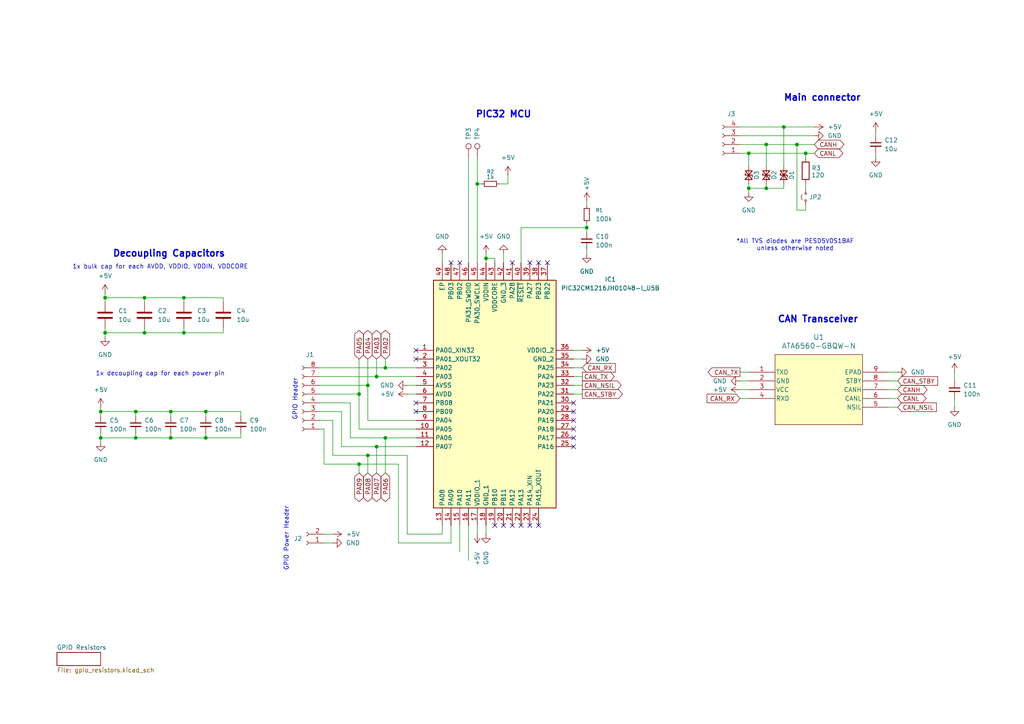
<source format=kicad_sch>
(kicad_sch (version 20250114) (generator "eeschema") (generator_version "9.0")
  (paper "A4")
  (lib_symbols
    (symbol "ATA6560-GBQW-N:ATA6560-GBQW-N" (pin_names (offset 0.254))
      (property "Reference" "U" (at 20.32 10.16 0))
      (property "Value" "ATA6560-GBQW-N" (at 20.32 7.62 0))
      (symbol "ATA6560-GBQW-N_0_1"
        (pin unspecified line (at 0 0 0) (length 7.62) (name "TXD") (number "1"))
        (pin power_out line (at 0 -2.54 0) (length 7.62) (name "GND") (number "2"))
        (pin power_in line (at 0 -5.08 0) (length 7.62) (name "VCC") (number "3"))
        (pin unspecified line (at 0 -7.62 0) (length 7.62) (name "RXD") (number "4"))
        (pin unspecified line (at 40.64 0 180) (length 7.62) (name "EPAD") (number "9"))
        (pin unspecified line (at 40.64 -2.54 180) (length 7.62) (name "STBY") (number "8"))
        (pin unspecified line (at 40.64 -5.08 180) (length 7.62) (name "CANH") (number "7"))
        (pin unspecified line (at 40.64 -7.62 180) (length 7.62) (name "CANL") (number "6"))
        (pin unspecified line (at 40.64 -10.16 180) (length 7.62) (name "NSIL") (number "5"))
      )
      (symbol "ATA6560-GBQW-N_1_1"
        (rectangle (start 7.62 5.08) (end 33.02 -15.24) (fill (type background)))
      )
    )
    (symbol "Connector:Conn_01x02_Socket" (pin_names (offset 1.016) (hide yes))
      (property "Reference" "J" (at 0 2.54 0))
      (property "Value" "Conn_01x02_Socket" (at 0 -5.08 0))
      (symbol "Conn_01x02_Socket_1_1"
        (polyline (pts (xy -1.27 0) (xy -0.508 0)) (stroke (width 0.1524)))
        (polyline (pts (xy -1.27 -2.54) (xy -0.508 -2.54)) (stroke (width 0.1524)))
        (arc (start 0 -0.508) (mid -0.5058 0) (end 0 0.508) (stroke (width 0.1524)))
        (arc (start 0 -3.048) (mid -0.5058 -2.54) (end 0 -2.032) (stroke (width 0.1524)))
        (pin passive line (at -5.08 0 0) (length 3.81) (name "Pin_1") (number "1"))
        (pin passive line (at -5.08 -2.54 0) (length 3.81) (name "Pin_2") (number "2"))
      )
    )
    (symbol "Connector:Conn_01x04_Socket" (pin_names (offset 1.016) (hide yes))
      (property "Reference" "J" (at 0 5.08 0))
      (property "Value" "Conn_01x04_Socket" (at 0 -7.62 0))
      (symbol "Conn_01x04_Socket_1_1"
        (polyline (pts (xy -1.27 2.54) (xy -0.508 2.54)) (stroke (width 0.1524)))
        (polyline (pts (xy -1.27 0) (xy -0.508 0)) (stroke (width 0.1524)))
        (polyline (pts (xy -1.27 -2.54) (xy -0.508 -2.54)) (stroke (width 0.1524)))
        (polyline (pts (xy -1.27 -5.08) (xy -0.508 -5.08)) (stroke (width 0.1524)))
        (arc (start 0 2.032) (mid -0.5058 2.54) (end 0 3.048) (stroke (width 0.1524)))
        (arc (start 0 -0.508) (mid -0.5058 0) (end 0 0.508) (stroke (width 0.1524)))
        (arc (start 0 -3.048) (mid -0.5058 -2.54) (end 0 -2.032) (stroke (width 0.1524)))
        (arc (start 0 -5.588) (mid -0.5058 -5.08) (end 0 -4.572) (stroke (width 0.1524)))
        (pin passive line (at -5.08 2.54 0) (length 3.81) (name "Pin_1") (number "1"))
        (pin passive line (at -5.08 0 0) (length 3.81) (name "Pin_2") (number "2"))
        (pin passive line (at -5.08 -2.54 0) (length 3.81) (name "Pin_3") (number "3"))
        (pin passive line (at -5.08 -5.08 0) (length 3.81) (name "Pin_4") (number "4"))
      )
    )
    (symbol "Connector:Conn_01x08_Socket" (pin_names (offset 1.016) (hide yes))
      (property "Reference" "J" (at 0 10.16 0))
      (property "Value" "Conn_01x08_Socket" (at 0 -12.7 0))
      (symbol "Conn_01x08_Socket_1_1"
        (polyline (pts (xy -1.27 7.62) (xy -0.508 7.62)) (stroke (width 0.1524)))
        (polyline (pts (xy -1.27 5.08) (xy -0.508 5.08)) (stroke (width 0.1524)))
        (polyline (pts (xy -1.27 2.54) (xy -0.508 2.54)) (stroke (width 0.1524)))
        (polyline (pts (xy -1.27 0) (xy -0.508 0)) (stroke (width 0.1524)))
        (polyline (pts (xy -1.27 -2.54) (xy -0.508 -2.54)) (stroke (width 0.1524)))
        (polyline (pts (xy -1.27 -5.08) (xy -0.508 -5.08)) (stroke (width 0.1524)))
        (polyline (pts (xy -1.27 -7.62) (xy -0.508 -7.62)) (stroke (width 0.1524)))
        (polyline (pts (xy -1.27 -10.16) (xy -0.508 -10.16)) (stroke (width 0.1524)))
        (arc (start 0 7.112) (mid -0.5058 7.62) (end 0 8.128) (stroke (width 0.1524)))
        (arc (start 0 4.572) (mid -0.5058 5.08) (end 0 5.588) (stroke (width 0.1524)))
        (arc (start 0 2.032) (mid -0.5058 2.54) (end 0 3.048) (stroke (width 0.1524)))
        (arc (start 0 -0.508) (mid -0.5058 0) (end 0 0.508) (stroke (width 0.1524)))
        (arc (start 0 -3.048) (mid -0.5058 -2.54) (end 0 -2.032) (stroke (width 0.1524)))
        (arc (start 0 -5.588) (mid -0.5058 -5.08) (end 0 -4.572) (stroke (width 0.1524)))
        (arc (start 0 -8.128) (mid -0.5058 -7.62) (end 0 -7.112) (stroke (width 0.1524)))
        (arc (start 0 -10.668) (mid -0.5058 -10.16) (end 0 -9.652) (stroke (width 0.1524)))
        (pin passive line (at -5.08 7.62 0) (length 3.81) (name "Pin_1") (number "1"))
        (pin passive line (at -5.08 5.08 0) (length 3.81) (name "Pin_2") (number "2"))
        (pin passive line (at -5.08 2.54 0) (length 3.81) (name "Pin_3") (number "3"))
        (pin passive line (at -5.08 0 0) (length 3.81) (name "Pin_4") (number "4"))
        (pin passive line (at -5.08 -2.54 0) (length 3.81) (name "Pin_5") (number "5"))
        (pin passive line (at -5.08 -5.08 0) (length 3.81) (name "Pin_6") (number "6"))
        (pin passive line (at -5.08 -7.62 0) (length 3.81) (name "Pin_7") (number "7"))
        (pin passive line (at -5.08 -10.16 0) (length 3.81) (name "Pin_8") (number "8"))
      )
    )
    (symbol "Connector:TestPoint" (pin_numbers (hide yes)) (pin_names (offset 0.762) (hide yes))
      (property "Reference" "TP" (at 0 6.858 0))
      (property "Value" "TestPoint" (at 0 5.08 0))
      (symbol "TestPoint_0_1"
        (circle (center 0 3.302) (radius 0.762))
      )
      (symbol "TestPoint_1_1"
        (pin passive line (at 0 0 90) (length 2.54) (name "1") (number "1"))
      )
    )
    (symbol "Device:C" (pin_numbers (hide yes)) (pin_names (offset 0.254))
      (property "Reference" "C" (at 0.635 2.54 0))
      (property "Value" "C" (at 0.635 -2.54 0))
      (symbol "C_0_1"
        (polyline (pts (xy -2.032 0.762) (xy 2.032 0.762)) (stroke (width 0.508)))
        (polyline (pts (xy -2.032 -0.762) (xy 2.032 -0.762)) (stroke (width 0.508)))
      )
      (symbol "C_1_1"
        (pin passive line (at 0 3.81 270) (length 2.794) (name "~") (number "1"))
        (pin passive line (at 0 -3.81 90) (length 2.794) (name "~") (number "2"))
      )
    )
    (symbol "Device:C_Small" (pin_numbers (hide yes)) (pin_names (offset 0.254) (hide yes))
      (property "Reference" "C" (at 0.254 1.778 0))
      (property "Value" "C_Small" (at 0.254 -2.032 0))
      (symbol "C_Small_0_1"
        (polyline (pts (xy -1.524 0.508) (xy 1.524 0.508)) (stroke (width 0.3048)))
        (polyline (pts (xy -1.524 -0.508) (xy 1.524 -0.508)) (stroke (width 0.3302)))
      )
      (symbol "C_Small_1_1"
        (pin passive line (at 0 2.54 270) (length 2.032) (name "~") (number "1"))
        (pin passive line (at 0 -2.54 90) (length 2.032) (name "~") (number "2"))
      )
    )
    (symbol "Device:D_TVS_Small" (pin_numbers (hide yes)) (pin_names (offset 1.016) (hide yes))
      (property "Reference" "D" (at 0 2.54 0))
      (property "Value" "D_TVS_Small" (at 0 -2.54 0))
      (symbol "D_TVS_Small_0_1"
        (polyline (pts (xy -1.27 1.016) (xy -1.27 -1.016) (xy 1.27 1.016) (xy 1.27 -1.016) (xy -1.27 1.016)) (stroke (width 0.254)))
        (polyline (pts (xy -1.27 0) (xy 1.27 0)))
        (polyline (pts (xy 0.508 1.016) (xy 0 1.016) (xy 0 -1.016) (xy -0.508 -1.016)) (stroke (width 0.254)))
      )
      (symbol "D_TVS_Small_1_1"
        (pin passive line (at -2.54 0 0) (length 1.27) (name "A1") (number "1"))
        (pin passive line (at 2.54 0 180) (length 1.27) (name "A2") (number "2"))
      )
    )
    (symbol "Device:R" (pin_numbers (hide yes)) (pin_names (offset 0))
      (property "Reference" "R" (at 2.032 0 90))
      (property "Value" "R" (at 0 0 90))
      (symbol "R_0_1"
        (rectangle (start -1.016 -2.54) (end 1.016 2.54) (stroke (width 0.254)))
      )
      (symbol "R_1_1"
        (pin passive line (at 0 3.81 270) (length 1.27) (name "~") (number "1"))
        (pin passive line (at 0 -3.81 90) (length 1.27) (name "~") (number "2"))
      )
    )
    (symbol "Device:R_Small" (pin_numbers (hide yes)) (pin_names (offset 0.254) (hide yes))
      (property "Reference" "R" (at 0 0 90))
      (property "Value" "R_Small" (at 1.778 0 90))
      (symbol "R_Small_0_1"
        (rectangle (start -0.762 1.778) (end 0.762 -1.778) (stroke (width 0.2032)))
      )
      (symbol "R_Small_1_1"
        (pin passive line (at 0 2.54 270) (length 0.762) (name "~") (number "1"))
        (pin passive line (at 0 -2.54 90) (length 0.762) (name "~") (number "2"))
      )
    )
    (symbol "Jumper:Jumper_2_Small_Open" (pin_numbers (hide yes)) (pin_names (offset 0) (hide yes))
      (property "Reference" "JP" (at 0 2.794 0))
      (property "Value" "Jumper_2_Small_Open" (at 0 -2.286 0))
      (symbol "Jumper_2_Small_Open_0_0"
        (circle (center -1.016 0) (radius 0.254))
        (circle (center 1.016 0) (radius 0.254))
      )
      (symbol "Jumper_2_Small_Open_0_1"
        (arc (start -0.762 1.0196) (mid 0 1.2729) (end 0.762 1.0196))
      )
      (symbol "Jumper_2_Small_Open_1_1"
        (pin passive line (at -2.54 0 0) (length 1.27) (name "A") (number "1"))
        (pin passive line (at 2.54 0 180) (length 1.27) (name "B") (number "2"))
      )
    )
    (symbol "PIC32CM1216JH01048-I/U5B:PIC32CM1216JH01048-I_U5B"
      (property "Reference" "IC" (at 41.91 25.4 0))
      (property "Value" "PIC32CM1216JH01048-I_U5B" (at 41.91 22.86 0))
      (symbol "PIC32CM1216JH01048-I_U5B_1_1"
        (rectangle (start 5.08 20.32) (end 40.64 -45.72) (stroke (width 0.254)) (fill (type background)))
        (pin passive line (at 0 0 0) (length 5.08) (name "PA00_XIN32") (number "1"))
        (pin passive line (at 0 -2.54 0) (length 5.08) (name "PA01_XOUT32") (number "2"))
        (pin passive line (at 0 -5.08 0) (length 5.08) (name "PA02") (number "3"))
        (pin passive line (at 0 -7.62 0) (length 5.08) (name "PA03") (number "4"))
        (pin passive line (at 0 -10.16 0) (length 5.08) (name "AVSS") (number "5"))
        (pin passive line (at 0 -12.7 0) (length 5.08) (name "AVDD") (number "6"))
        (pin passive line (at 0 -15.24 0) (length 5.08) (name "PB08") (number "7"))
        (pin passive line (at 0 -17.78 0) (length 5.08) (name "PB09") (number "8"))
        (pin passive line (at 0 -20.32 0) (length 5.08) (name "PA04") (number "9"))
        (pin passive line (at 0 -22.86 0) (length 5.08) (name "PA05") (number "10"))
        (pin passive line (at 0 -25.4 0) (length 5.08) (name "PA06") (number "11"))
        (pin passive line (at 0 -27.94 0) (length 5.08) (name "PA07") (number "12"))
        (pin passive line (at 7.62 25.4 270) (length 5.08) (name "EP") (number "49"))
        (pin passive line (at 7.62 -50.8 90) (length 5.08) (name "PA08") (number "13"))
        (pin passive line (at 10.16 25.4 270) (length 5.08) (name "PB03") (number "48"))
        (pin passive line (at 10.16 -50.8 90) (length 5.08) (name "PA09") (number "14"))
        (pin passive line (at 12.7 25.4 270) (length 5.08) (name "PB02") (number "47"))
        (pin passive line (at 12.7 -50.8 90) (length 5.08) (name "PA10") (number "15"))
        (pin passive line (at 15.24 25.4 270) (length 5.08) (name "PA31_SWDIO") (number "46"))
        (pin passive line (at 15.24 -50.8 90) (length 5.08) (name "PA11") (number "16"))
        (pin passive line (at 17.78 25.4 270) (length 5.08) (name "PA30_SWCLK") (number "45"))
        (pin passive line (at 17.78 -50.8 90) (length 5.08) (name "VDDIO_1") (number "17"))
        (pin passive line (at 20.32 25.4 270) (length 5.08) (name "VDDIN") (number "44"))
        (pin passive line (at 20.32 -50.8 90) (length 5.08) (name "GND_1") (number "18"))
        (pin passive line (at 22.86 25.4 270) (length 5.08) (name "VDDCORE") (number "43"))
        (pin passive line (at 22.86 -50.8 90) (length 5.08) (name "PB10") (number "19"))
        (pin passive line (at 25.4 25.4 270) (length 5.08) (name "GND_3") (number "42"))
        (pin passive line (at 25.4 -50.8 90) (length 5.08) (name "PB11") (number "20"))
        (pin passive line (at 27.94 25.4 270) (length 5.08) (name "PA28") (number "41"))
        (pin passive line (at 27.94 -50.8 90) (length 5.08) (name "PA12") (number "21"))
        (pin passive line (at 30.48 25.4 270) (length 5.08) (name "~{RESET}") (number "40"))
        (pin passive line (at 30.48 -50.8 90) (length 5.08) (name "PA13") (number "22"))
        (pin passive line (at 33.02 25.4 270) (length 5.08) (name "PA27") (number "39"))
        (pin passive line (at 33.02 -50.8 90) (length 5.08) (name "PA14_XIN") (number "23"))
        (pin passive line (at 35.56 25.4 270) (length 5.08) (name "PB23") (number "38"))
        (pin passive line (at 35.56 -50.8 90) (length 5.08) (name "PA15_XOUT") (number "24"))
        (pin passive line (at 38.1 25.4 270) (length 5.08) (name "PB22") (number "37"))
        (pin passive line (at 45.72 0 180) (length 5.08) (name "VDDIO_2") (number "36"))
        (pin passive line (at 45.72 -2.54 180) (length 5.08) (name "GND_2") (number "35"))
        (pin passive line (at 45.72 -5.08 180) (length 5.08) (name "PA25") (number "34"))
        (pin passive line (at 45.72 -7.62 180) (length 5.08) (name "PA24") (number "33"))
        (pin passive line (at 45.72 -10.16 180) (length 5.08) (name "PA23") (number "32"))
        (pin passive line (at 45.72 -12.7 180) (length 5.08) (name "PA22") (number "31"))
        (pin passive line (at 45.72 -15.24 180) (length 5.08) (name "PA21") (number "30"))
        (pin passive line (at 45.72 -17.78 180) (length 5.08) (name "PA20") (number "29"))
        (pin passive line (at 45.72 -20.32 180) (length 5.08) (name "PA19") (number "28"))
        (pin passive line (at 45.72 -22.86 180) (length 5.08) (name "PA18") (number "27"))
        (pin passive line (at 45.72 -25.4 180) (length 5.08) (name "PA17") (number "26"))
        (pin passive line (at 45.72 -27.94 180) (length 5.08) (name "PA16") (number "25"))
      )
    )
    (symbol "power:+5V" (power) (pin_numbers (hide yes)) (pin_names (offset 0) (hide yes))
      (property "Value" "+5V" (at 0 3.556 0))
      (symbol "+5V_0_1"
        (polyline (pts (xy -0.762 1.27) (xy 0 2.54)))
        (polyline (pts (xy 0 2.54) (xy 0.762 1.27)))
        (polyline (pts (xy 0 0) (xy 0 2.54)))
      )
      (symbol "+5V_1_1"
        (pin power_in line (at 0 0 90) (length 0) (name "~") (number "1"))
      )
    )
    (symbol "power:GND" (power) (pin_numbers (hide yes)) (pin_names (offset 0) (hide yes))
      (property "Value" "GND" (at 0 -3.81 0))
      (symbol "GND_0_1"
        (polyline (pts (xy 0 0) (xy 0 -1.27) (xy 1.27 -1.27) (xy 0 -2.54) (xy -1.27 -1.27) (xy 0 -1.27)))
      )
      (symbol "GND_1_1"
        (pin power_in line (at 0 0 270) (length 0) (name "~") (number "1"))
      )
    )
  )
  (text "1x decoupling cap for each power pin" (at 46.482 108.458 0) (effects (font (size 1.27 1.27))))
  (text "GPIO Power Header" (at 83.058 156.21 90) (effects (font (size 1.27 1.27) (thickness 0.1588))))
  (text "Main connector" (at 238.506 28.448 0) (effects (font (size 1.905 1.905) (thickness 0.381) (bold yes))))
  (text "Decoupling Capacitors" (at 49.022 73.66 0) (effects (font (size 1.905 1.905) (thickness 0.381) (bold yes))))
  (text "GPIO Header" (at 85.598 115.824 90) (effects (font (size 1.27 1.27) (thickness 0.1588))))
  (text "CAN Transceiver" (at 237.236 92.71 0) (effects (font (size 1.905 1.905) (thickness 0.381) (bold yes))))
  (text "1x bulk cap for each AVDD, VDDIO, VDDIN, VDDCORE" (at 46.482 77.47 0) (effects (font (size 1.27 1.27))))
  (text "PIC32 MCU" (at 146.05 33.274 0) (effects (font (size 1.905 1.905) (thickness 0.381) (bold yes))))
  (text "*All TVS diodes are PESD5V0S1BAF\nunless otherwise noted" (at 230.632 71.12 0) (effects (font (size 1.27 1.27))))
  (junction (at 41.91 96.52))
  (junction (at 49.53 119.38))
  (junction (at 104.14 114.3))
  (junction (at 111.76 127))
  (junction (at 104.14 134.62))
  (junction (at 233.68 44.45))
  (junction (at 217.17 44.45))
  (junction (at 53.34 86.36))
  (junction (at 59.69 127))
  (junction (at 138.43 53.34))
  (junction (at 109.22 109.22))
  (junction (at 106.68 132.08))
  (junction (at 170.18 66.04))
  (junction (at 227.33 36.83))
  (junction (at 217.17 54.61))
  (junction (at 59.69 119.38))
  (junction (at 140.97 74.93))
  (junction (at 109.22 129.54))
  (junction (at 39.37 119.38))
  (junction (at 111.76 106.68))
  (junction (at 53.34 96.52))
  (junction (at 39.37 127))
  (junction (at 30.48 96.52))
  (junction (at 29.21 119.38))
  (junction (at 222.25 54.61))
  (junction (at 49.53 127))
  (junction (at 222.25 41.91))
  (junction (at 231.14 41.91))
  (junction (at 41.91 86.36))
  (junction (at 106.68 111.76))
  (junction (at 29.21 127))
  (junction (at 30.48 86.36))
  (no_connect (at 130.81 76.2))
  (no_connect (at 146.05 152.4))
  (no_connect (at 166.37 129.54))
  (no_connect (at 133.35 76.2))
  (no_connect (at 148.59 76.2))
  (no_connect (at 153.67 76.2))
  (no_connect (at 120.65 101.6))
  (no_connect (at 120.65 116.84))
  (no_connect (at 158.75 76.2))
  (no_connect (at 148.59 152.4))
  (no_connect (at 153.67 152.4))
  (no_connect (at 151.13 152.4))
  (no_connect (at 166.37 124.46))
  (no_connect (at 166.37 127))
  (no_connect (at 166.37 116.84))
  (no_connect (at 156.21 76.2))
  (no_connect (at 166.37 121.92))
  (no_connect (at 120.65 104.14))
  (no_connect (at 120.65 119.38))
  (no_connect (at 143.51 152.4))
  (no_connect (at 156.21 152.4))
  (no_connect (at 166.37 119.38))
  (wire (pts (xy 233.68 44.45) (xy 236.22 44.45)))
  (wire (pts (xy 254 38.1) (xy 254 39.37)))
  (wire (pts (xy 143.51 74.93) (xy 143.51 76.2)))
  (wire (pts (xy 170.18 66.04) (xy 170.18 67.31)))
  (wire (pts (xy 214.63 41.91) (xy 222.25 41.91)))
  (wire (pts (xy 128.27 152.4) (xy 128.27 154.94)))
  (wire (pts (xy 69.85 119.38) (xy 69.85 120.65)))
  (wire (pts (xy 49.53 119.38) (xy 59.69 119.38)))
  (wire (pts (xy 29.21 127) (xy 39.37 127)))
  (wire (pts (xy 49.53 127) (xy 59.69 127)))
  (wire (pts (xy 96.52 121.92) (xy 96.52 132.08)))
  (wire (pts (xy 217.17 55.88) (xy 217.17 54.61)))
  (wire (pts (xy 111.76 104.14) (xy 111.76 106.68)))
  (wire (pts (xy 118.11 154.94) (xy 118.11 132.08)))
  (wire (pts (xy 144.78 53.34) (xy 147.32 53.34)))
  (wire (pts (xy 106.68 111.76) (xy 106.68 121.92)))
  (wire (pts (xy 53.34 86.36) (xy 64.77 86.36)))
  (wire (pts (xy 140.97 74.93) (xy 140.97 76.2)))
  (wire (pts (xy 111.76 127) (xy 101.6 127)))
  (wire (pts (xy 166.37 104.14) (xy 168.91 104.14)))
  (wire (pts (xy 222.25 41.91) (xy 222.25 48.26)))
  (wire (pts (xy 140.97 74.93) (xy 143.51 74.93)))
  (wire (pts (xy 29.21 127) (xy 29.21 128.27)))
  (wire (pts (xy 93.98 157.48) (xy 96.52 157.48)))
  (wire (pts (xy 30.48 86.36) (xy 41.91 86.36)))
  (wire (pts (xy 214.63 113.03) (xy 217.17 113.03)))
  (wire (pts (xy 170.18 58.42) (xy 170.18 59.69)))
  (wire (pts (xy 59.69 127) (xy 69.85 127)))
  (wire (pts (xy 109.22 129.54) (xy 120.65 129.54)))
  (wire (pts (xy 29.21 119.38) (xy 39.37 119.38)))
  (wire (pts (xy 39.37 119.38) (xy 39.37 120.65)))
  (wire (pts (xy 104.14 134.62) (xy 115.57 134.62)))
  (wire (pts (xy 59.69 119.38) (xy 59.69 120.65)))
  (wire (pts (xy 151.13 76.2) (xy 151.13 66.04)))
  (wire (pts (xy 41.91 95.25) (xy 41.91 96.52)))
  (wire (pts (xy 93.98 134.62) (xy 104.14 134.62)))
  (wire (pts (xy 140.97 154.94) (xy 140.97 152.4)))
  (wire (pts (xy 257.81 113.03) (xy 260.35 113.03)))
  (wire (pts (xy 115.57 157.48) (xy 130.81 157.48)))
  (wire (pts (xy 135.89 45.72) (xy 135.89 76.2)))
  (wire (pts (xy 276.86 107.95) (xy 276.86 110.49)))
  (wire (pts (xy 166.37 101.6) (xy 168.91 101.6)))
  (wire (pts (xy 168.91 114.3) (xy 166.37 114.3)))
  (wire (pts (xy 111.76 127) (xy 120.65 127)))
  (wire (pts (xy 99.06 129.54) (xy 109.22 129.54)))
  (wire (pts (xy 104.14 104.14) (xy 104.14 114.3)))
  (wire (pts (xy 53.34 96.52) (xy 53.34 95.25)))
  (wire (pts (xy 101.6 127) (xy 101.6 116.84)))
  (wire (pts (xy 233.68 60.96) (xy 231.14 60.96)))
  (wire (pts (xy 109.22 129.54) (xy 109.22 137.16)))
  (wire (pts (xy 227.33 54.61) (xy 227.33 53.34)))
  (wire (pts (xy 130.81 152.4) (xy 130.81 157.48)))
  (wire (pts (xy 233.68 53.34) (xy 233.68 54.61)))
  (wire (pts (xy 227.33 36.83) (xy 227.33 48.26)))
  (wire (pts (xy 93.98 154.94) (xy 96.52 154.94)))
  (wire (pts (xy 39.37 127) (xy 49.53 127)))
  (wire (pts (xy 147.32 53.34) (xy 147.32 50.8)))
  (wire (pts (xy 101.6 116.84) (xy 92.71 116.84)))
  (wire (pts (xy 222.25 53.34) (xy 222.25 54.61)))
  (wire (pts (xy 217.17 44.45) (xy 217.17 48.26)))
  (wire (pts (xy 115.57 134.62) (xy 115.57 157.48)))
  (wire (pts (xy 92.71 109.22) (xy 109.22 109.22)))
  (wire (pts (xy 106.68 121.92) (xy 120.65 121.92)))
  (wire (pts (xy 49.53 125.73) (xy 49.53 127)))
  (wire (pts (xy 254 44.45) (xy 254 45.72)))
  (wire (pts (xy 104.14 124.46) (xy 120.65 124.46)))
  (wire (pts (xy 257.81 118.11) (xy 260.35 118.11)))
  (wire (pts (xy 151.13 66.04) (xy 170.18 66.04)))
  (wire (pts (xy 128.27 73.66) (xy 128.27 76.2)))
  (wire (pts (xy 170.18 72.39) (xy 170.18 73.66)))
  (wire (pts (xy 138.43 53.34) (xy 138.43 76.2)))
  (wire (pts (xy 128.27 154.94) (xy 118.11 154.94)))
  (wire (pts (xy 168.91 109.22) (xy 166.37 109.22)))
  (wire (pts (xy 139.7 53.34) (xy 138.43 53.34)))
  (wire (pts (xy 29.21 119.38) (xy 29.21 120.65)))
  (wire (pts (xy 104.14 124.46) (xy 104.14 114.3)))
  (wire (pts (xy 166.37 106.68) (xy 168.91 106.68)))
  (wire (pts (xy 214.63 44.45) (xy 217.17 44.45)))
  (wire (pts (xy 99.06 119.38) (xy 99.06 129.54)))
  (wire (pts (xy 64.77 87.63) (xy 64.77 86.36)))
  (wire (pts (xy 214.63 107.95) (xy 217.17 107.95)))
  (wire (pts (xy 106.68 132.08) (xy 118.11 132.08)))
  (wire (pts (xy 53.34 96.52) (xy 64.77 96.52)))
  (wire (pts (xy 138.43 152.4) (xy 138.43 154.94)))
  (wire (pts (xy 92.71 124.46) (xy 93.98 124.46)))
  (wire (pts (xy 146.05 73.66) (xy 146.05 76.2)))
  (wire (pts (xy 233.68 59.69) (xy 233.68 60.96)))
  (wire (pts (xy 170.18 66.04) (xy 170.18 64.77)))
  (wire (pts (xy 109.22 109.22) (xy 120.65 109.22)))
  (wire (pts (xy 93.98 124.46) (xy 93.98 134.62)))
  (wire (pts (xy 30.48 85.09) (xy 30.48 86.36)))
  (wire (pts (xy 30.48 96.52) (xy 41.91 96.52)))
  (wire (pts (xy 257.81 110.49) (xy 260.35 110.49)))
  (wire (pts (xy 53.34 86.36) (xy 53.34 87.63)))
  (wire (pts (xy 133.35 152.4) (xy 133.35 160.02)))
  (wire (pts (xy 39.37 119.38) (xy 49.53 119.38)))
  (wire (pts (xy 276.86 115.57) (xy 276.86 118.11)))
  (wire (pts (xy 64.77 95.25) (xy 64.77 96.52)))
  (wire (pts (xy 135.89 152.4) (xy 135.89 162.56)))
  (wire (pts (xy 106.68 104.14) (xy 106.68 111.76)))
  (wire (pts (xy 257.81 107.95) (xy 260.35 107.95)))
  (wire (pts (xy 29.21 125.73) (xy 29.21 127)))
  (wire (pts (xy 30.48 86.36) (xy 30.48 87.63)))
  (wire (pts (xy 92.71 121.92) (xy 96.52 121.92)))
  (wire (pts (xy 109.22 104.14) (xy 109.22 109.22)))
  (wire (pts (xy 92.71 106.68) (xy 111.76 106.68)))
  (wire (pts (xy 30.48 97.79) (xy 30.48 96.52)))
  (wire (pts (xy 214.63 110.49) (xy 217.17 110.49)))
  (wire (pts (xy 69.85 125.73) (xy 69.85 127)))
  (wire (pts (xy 41.91 96.52) (xy 53.34 96.52)))
  (wire (pts (xy 118.11 111.76) (xy 120.65 111.76)))
  (wire (pts (xy 39.37 125.73) (xy 39.37 127)))
  (wire (pts (xy 214.63 36.83) (xy 227.33 36.83)))
  (wire (pts (xy 217.17 53.34) (xy 217.17 54.61)))
  (wire (pts (xy 106.68 137.16) (xy 106.68 132.08)))
  (wire (pts (xy 92.71 111.76) (xy 106.68 111.76)))
  (wire (pts (xy 138.43 45.72) (xy 138.43 53.34)))
  (wire (pts (xy 59.69 119.38) (xy 69.85 119.38)))
  (wire (pts (xy 29.21 118.11) (xy 29.21 119.38)))
  (wire (pts (xy 104.14 134.62) (xy 104.14 137.16)))
  (wire (pts (xy 257.81 115.57) (xy 260.35 115.57)))
  (wire (pts (xy 222.25 54.61) (xy 227.33 54.61)))
  (wire (pts (xy 140.97 73.66) (xy 140.97 74.93)))
  (wire (pts (xy 217.17 54.61) (xy 222.25 54.61)))
  (wire (pts (xy 168.91 111.76) (xy 166.37 111.76)))
  (wire (pts (xy 92.71 119.38) (xy 99.06 119.38)))
  (wire (pts (xy 59.69 125.73) (xy 59.69 127)))
  (wire (pts (xy 214.63 39.37) (xy 236.22 39.37)))
  (wire (pts (xy 111.76 106.68) (xy 120.65 106.68)))
  (wire (pts (xy 30.48 95.25) (xy 30.48 96.52)))
  (wire (pts (xy 231.14 41.91) (xy 236.22 41.91)))
  (wire (pts (xy 231.14 41.91) (xy 231.14 60.96)))
  (wire (pts (xy 214.63 115.57) (xy 217.17 115.57)))
  (wire (pts (xy 49.53 119.38) (xy 49.53 120.65)))
  (wire (pts (xy 233.68 44.45) (xy 233.68 45.72)))
  (wire (pts (xy 41.91 86.36) (xy 53.34 86.36)))
  (wire (pts (xy 41.91 86.36) (xy 41.91 87.63)))
  (wire (pts (xy 227.33 36.83) (xy 236.22 36.83)))
  (wire (pts (xy 118.11 114.3) (xy 120.65 114.3)))
  (wire (pts (xy 96.52 132.08) (xy 106.68 132.08)))
  (wire (pts (xy 111.76 127) (xy 111.76 137.16)))
  (wire (pts (xy 217.17 44.45) (xy 233.68 44.45)))
  (wire (pts (xy 104.14 114.3) (xy 92.71 114.3)))
  (wire (pts (xy 222.25 41.91) (xy 231.14 41.91)))
  (global_label "CANL" (shape bidirectional) (at 236.22 44.45 0) (property "Intersheetrefs" "${INTERSHEET_REFS}" (effects (hide yes))))
  (global_label "PA07" (shape bidirectional) (at 109.22 137.16 270) (property "Intersheetrefs" "${INTERSHEET_REFS}" (effects (hide yes))))
  (global_label "CAN_TX" (shape output) (at 214.63 107.95 180) (property "Intersheetrefs" "${INTERSHEET_REFS}" (effects (hide yes))))
  (global_label "PA08" (shape bidirectional) (at 106.68 137.16 270) (property "Intersheetrefs" "${INTERSHEET_REFS}" (effects (hide yes))))
  (global_label "CANL" (shape bidirectional) (at 260.35 115.57 0) (property "Intersheetrefs" "${INTERSHEET_REFS}" (effects (hide yes))))
  (global_label "PA09" (shape bidirectional) (at 104.14 137.16 270) (property "Intersheetrefs" "${INTERSHEET_REFS}" (effects (hide yes))))
  (global_label "CAN_STBY" (shape input) (at 260.35 110.49 0) (property "Intersheetrefs" "${INTERSHEET_REFS}" (effects (hide yes))))
  (global_label "PA04" (shape bidirectional) (at 106.68 104.14 90) (property "Intersheetrefs" "${INTERSHEET_REFS}" (effects (hide yes))))
  (global_label "CAN_RX" (shape input) (at 214.63 115.57 180) (property "Intersheetrefs" "${INTERSHEET_REFS}" (effects (hide yes))))
  (global_label "PA05" (shape bidirectional) (at 104.14 104.14 90) (property "Intersheetrefs" "${INTERSHEET_REFS}" (effects (hide yes))))
  (global_label "CAN_TX" (shape output) (at 168.91 109.22 0) (property "Intersheetrefs" "${INTERSHEET_REFS}" (effects (hide yes))))
  (global_label "CAN_RX" (shape input) (at 168.91 106.68 0) (property "Intersheetrefs" "${INTERSHEET_REFS}" (effects (hide yes))))
  (global_label "CANH" (shape bidirectional) (at 260.35 113.03 0) (property "Intersheetrefs" "${INTERSHEET_REFS}" (effects (hide yes))))
  (global_label "CAN_NSIL" (shape input) (at 260.35 118.11 0) (property "Intersheetrefs" "${INTERSHEET_REFS}" (effects (hide yes))))
  (global_label "CAN_NSIL" (shape output) (at 168.91 111.76 0) (property "Intersheetrefs" "${INTERSHEET_REFS}" (effects (hide yes))))
  (global_label "CANH" (shape bidirectional) (at 236.22 41.91 0) (property "Intersheetrefs" "${INTERSHEET_REFS}" (effects (hide yes))))
  (global_label "PA03" (shape bidirectional) (at 109.22 104.14 90) (property "Intersheetrefs" "${INTERSHEET_REFS}" (effects (hide yes))))
  (global_label "PA06" (shape bidirectional) (at 111.76 137.16 270) (property "Intersheetrefs" "${INTERSHEET_REFS}" (effects (hide yes))))
  (global_label "CAN_STBY" (shape output) (at 168.91 114.3 0) (property "Intersheetrefs" "${INTERSHEET_REFS}" (effects (hide yes))))
  (global_label "PA02" (shape bidirectional) (at 111.76 104.14 90) (property "Intersheetrefs" "${INTERSHEET_REFS}" (effects (hide yes))))
  (symbol (lib_id "power:GND") (at 276.86 118.11 0) (unit 1)
    (property "Reference" "#PWR021" (effects (hide yes)))
    (property "Value" "GND" (at 276.86 123.19 0))
    (property "Description" "Power symbol creates a global label with name \"GND\" , ground" (effects (hide yes)))
  )
  (symbol (lib_id "power:+5V") (at 138.43 154.94 180) (unit 1)
    (property "Reference" "#PWR09" (effects (hide yes)))
    (property "Value" "+5V" (at 138.43 162.052 90))
    (property "Description" "Power symbol creates a global label with name \"+5V\"" (effects (hide yes)))
  )
  (symbol (lib_id "power:GND") (at 96.52 157.48 90) (unit 1)
    (property "Reference" "#PWR044" (effects (hide yes)))
    (property "Value" "GND" (at 100.33 157.4799 90) (effects (justify right)))
    (property "Description" "Power symbol creates a global label with name \"GND\" , ground" (effects (hide yes)))
  )
  (symbol (lib_id "power:+5V") (at 168.91 101.6 270) (unit 1)
    (property "Reference" "#PWR08" (effects (hide yes)))
    (property "Value" "+5V" (at 172.72 101.5999 90) (effects (justify left)))
    (property "Description" "Power symbol creates a global label with name \"+5V\"" (effects (hide yes)))
  )
  (symbol (lib_id "Device:D_TVS_Small") (at 222.25 50.8 90) (unit 1)
    (property "Reference" "D2" (at 223.774 50.8 0) (effects (justify top)))
    (property "Value" "PESD5V0S1BAF" (effects (hide yes)))
    (property "Footprint" "Diode_SMD:D_SOD-323" (effects (hide yes)))
    (property "Description" "Bidirectional transient-voltage-suppression diode, small symbol" (effects (hide yes)))
  )
  (symbol (lib_id "power:GND") (at 254 45.72 0) (unit 1)
    (property "Reference" "#PWR027" (effects (hide yes)))
    (property "Value" "GND" (at 254 50.8 0))
    (property "Description" "Power symbol creates a global label with name \"GND\" , ground" (effects (hide yes)))
  )
  (symbol (lib_id "Device:C_Small") (at 69.85 123.19 0) (unit 1)
    (property "Reference" "C9" (at 72.39 121.9262 0) (effects (justify left)))
    (property "Value" "100n" (at 72.39 124.4662 0) (effects (justify left)))
    (property "Footprint" "Capacitor_SMD:C_0402_1005Metric" (effects (hide yes)))
    (property "Description" "Unpolarized capacitor, small symbol" (effects (hide yes)))
  )
  (symbol (lib_id "power:+5V") (at 214.63 113.03 90) (unit 1)
    (property "Reference" "#PWR019" (effects (hide yes)))
    (property "Value" "+5V" (at 210.82 113.0299 90) (effects (justify left)))
    (property "Description" "Power symbol creates a global label with name \"+5V\"" (effects (hide yes)))
  )
  (symbol (lib_id "power:GND") (at 118.11 111.76 270) (unit 1)
    (property "Reference" "#PWR03" (effects (hide yes)))
    (property "Value" "GND" (at 114.3 111.7599 90) (effects (justify right)))
    (property "Description" "Power symbol creates a global label with name \"GND\" , ground" (effects (hide yes)))
  )
  (symbol (lib_id "PIC32CM1216JH01048-I/U5B:PIC32CM1216JH01048-I_U5B") (at 120.65 101.6 0) (unit 1)
    (property "Reference" "IC1" (at 177.038 81.026 0))
    (property "Value" "PIC32CM1216JH01048-I_U5B" (at 177.038 83.566 0))
    (property "Footprint" "PIC32CM1216JH01048-I/U5B:QFN50P700X700X90-49N-D" (effects (hide yes)))
    (property "Datasheet" "https://ww1.microchip.com/downloads/aemDocuments/documents/MCU32/ProductDocuments/DataSheets/PIC32CM-JH00-JH01-Family-Data-Sheet-DS60001632.pdf" (effects (hide yes)))
    (property "Description" "Microchip Technology 5V Cortex M0+, 128KB Flash, 48Pin, VQFN, CAN-FD, 85C Temp" (effects (hide yes)))
    (property "Height" "0.9" (effects (hide yes)))
    (property "Manufacturer_Name" "Microchip" (effects (hide yes)))
    (property "Manufacturer_Part_Number" "PIC32CM1216JH01048-I/U5B" (effects (hide yes)))
  )
  (symbol (lib_id "power:GND") (at 217.17 55.88 0) (unit 1)
    (property "Reference" "#PWR017" (effects (hide yes)))
    (property "Value" "GND" (at 217.17 60.96 0))
    (property "Description" "Power symbol creates a global label with name \"GND\" , ground" (effects (hide yes)))
  )
  (symbol (lib_id "Connector:Conn_01x02_Socket") (at 88.9 157.48 180) (unit 1)
    (property "Reference" "J2" (at 87.63 156.21 0) (effects (justify left)))
    (property "Value" "Conn_01x02_Socket" (effects (hide yes)))
    (property "Footprint" "Conn_01x02:Untitled" (effects (hide yes)))
    (property "Description" "Generic connector, single row, 01x02, script generated" (effects (hide yes)))
  )
  (symbol (lib_id "Device:C_Small") (at 170.18 69.85 0) (unit 1)
    (property "Reference" "C10" (at 172.72 68.5862 0) (effects (justify left)))
    (property "Value" "100n" (at 172.72 71.1262 0) (effects (justify left)))
    (property "Footprint" "Capacitor_SMD:C_0402_1005Metric" (effects (hide yes)))
    (property "Description" "Unpolarized capacitor, small symbol" (effects (hide yes)))
  )
  (symbol (lib_id "power:GND") (at 170.18 73.66 0) (unit 1)
    (property "Reference" "#PWR015" (effects (hide yes)))
    (property "Value" "GND" (at 170.18 78.74 0))
    (property "Description" "Power symbol creates a global label with name \"GND\" , ground" (effects (hide yes)))
  )
  (symbol (lib_id "power:GND") (at 128.27 73.66 180) (unit 1)
    (property "Reference" "#PWR06" (effects (hide yes)))
    (property "Value" "GND" (at 128.27 68.58 0))
    (property "Description" "Power symbol creates a global label with name \"GND\" , ground" (effects (hide yes)))
  )
  (symbol (lib_id "power:+5V") (at 236.22 36.83 270) (unit 1)
    (property "Reference" "#PWR024" (effects (hide yes)))
    (property "Value" "+5V" (at 240.03 36.8299 90) (effects (justify left)))
    (property "Description" "Power symbol creates a global label with name \"+5V\"" (effects (hide yes)))
  )
  (symbol (lib_id "Device:R_Small") (at 170.18 62.23 0) (unit 1)
    (property "Reference" "R1" (at 172.72 60.9599 0) (effects (font (size 1.016 1.016)) (justify left)))
    (property "Value" "100k" (at 172.72 63.4999 0) (effects (justify left)))
    (property "Footprint" "Resistor_SMD:R_0402_1005Metric" (effects (hide yes)))
    (property "Description" "Resistor, small symbol" (effects (hide yes)))
  )
  (symbol (lib_id "power:+5V") (at 118.11 114.3 90) (unit 1)
    (property "Reference" "#PWR01" (effects (hide yes)))
    (property "Value" "+5V" (at 114.3 114.2999 90) (effects (justify left)))
    (property "Description" "Power symbol creates a global label with name \"+5V\"" (effects (hide yes)))
  )
  (symbol (lib_id "power:+5V") (at 140.97 73.66 0) (unit 1)
    (property "Reference" "#PWR02" (effects (hide yes)))
    (property "Value" "+5V" (at 140.97 68.58 0))
    (property "Description" "Power symbol creates a global label with name \"+5V\"" (effects (hide yes)))
  )
  (symbol (lib_id "Device:D_TVS_Small") (at 227.33 50.8 90) (unit 1)
    (property "Reference" "D1" (at 228.854 50.8 0) (effects (justify top)))
    (property "Value" "PESD5V0S1BAF" (effects (hide yes)))
    (property "Footprint" "Diode_SMD:D_SOD-323" (effects (hide yes)))
    (property "Description" "Bidirectional transient-voltage-suppression diode, small symbol" (effects (hide yes)))
  )
  (symbol (lib_id "Connector:TestPoint") (at 135.89 45.72 0) (unit 1)
    (property "Reference" "TP3" (at 135.89 40.64 90) (effects (justify left)))
    (property "Value" "TestPoint" (effects (hide yes)))
    (property "Footprint" "TestPoint:TestPoint_Pad_D1.0mm" (effects (hide yes)))
    (property "Description" "test point" (effects (hide yes)))
  )
  (symbol (lib_id "power:+5V") (at 254 38.1 0) (unit 1)
    (property "Reference" "#PWR026" (effects (hide yes)))
    (property "Value" "+5V" (at 254 33.02 0))
    (property "Description" "Power symbol creates a global label with name \"+5V\"" (effects (hide yes)))
  )
  (symbol (lib_id "power:+5V") (at 30.48 85.09 0) (unit 1)
    (property "Reference" "#PWR010" (effects (hide yes)))
    (property "Value" "+5V" (at 30.48 80.01 0))
    (property "Description" "Power symbol creates a global label with name \"+5V\"" (effects (hide yes)))
  )
  (symbol (lib_id "Connector:Conn_01x04_Socket") (at 209.55 41.91 180) (unit 1)
    (property "Reference" "J3" (at 212.09 33.02 0))
    (property "Value" "Conn_01x04_Socket" (effects (hide yes)))
    (property "Footprint" "Conn01x04:01x04_1mm" (effects (hide yes)))
    (property "Description" "Generic connector, single row, 01x04, script generated" (effects (hide yes)))
  )
  (symbol (lib_id "Device:D_TVS_Small") (at 217.17 50.8 90) (unit 1)
    (property "Reference" "D3" (at 218.694 50.8 0) (effects (justify top)))
    (property "Value" "PESD5V0S1BAF" (effects (hide yes)))
    (property "Footprint" "Diode_SMD:D_SOD-323" (effects (hide yes)))
    (property "Description" "Bidirectional transient-voltage-suppression diode, small symbol" (effects (hide yes)))
  )
  (symbol (lib_id "power:+5V") (at 276.86 107.95 0) (unit 1)
    (property "Reference" "#PWR022" (effects (hide yes)))
    (property "Value" "+5V" (at 276.86 103.5052 0))
    (property "Description" "Power symbol creates a global label with name \"+5V\"" (effects (hide yes)))
  )
  (symbol (lib_id "Device:C_Small") (at 276.86 113.03 0) (unit 1)
    (property "Reference" "C11" (at 279.4 111.7662 0) (effects (justify left)))
    (property "Value" "100n" (at 279.4 114.3062 0) (effects (justify left)))
    (property "Footprint" "Capacitor_SMD:C_0402_1005Metric" (effects (hide yes)))
    (property "Description" "Unpolarized capacitor, small symbol" (effects (hide yes)))
  )
  (symbol (lib_id "Device:C_Small") (at 59.69 123.19 0) (unit 1)
    (property "Reference" "C8" (at 62.23 121.9262 0) (effects (justify left)))
    (property "Value" "100n" (at 62.23 124.4662 0) (effects (justify left)))
    (property "Footprint" "Capacitor_SMD:C_0402_1005Metric" (effects (hide yes)))
    (property "Description" "Unpolarized capacitor, small symbol" (effects (hide yes)))
  )
  (symbol (lib_id "power:+5V") (at 147.32 50.8 0) (unit 1)
    (property "Reference" "#PWR016" (effects (hide yes)))
    (property "Value" "+5V" (at 147.32 45.72 0))
    (property "Description" "Power symbol creates a global label with name \"+5V\"" (effects (hide yes)))
  )
  (symbol (lib_id "power:+5V") (at 96.52 154.94 270) (unit 1)
    (property "Reference" "#PWR043" (effects (hide yes)))
    (property "Value" "+5V" (at 100.33 154.9399 90) (effects (justify left)))
    (property "Description" "Power symbol creates a global label with name \"+5V\"" (effects (hide yes)))
  )
  (symbol (lib_id "power:GND") (at 214.63 110.49 270) (unit 1)
    (property "Reference" "#PWR020" (effects (hide yes)))
    (property "Value" "GND" (at 210.82 110.4899 90) (effects (justify right)))
    (property "Description" "Power symbol creates a global label with name \"GND\" , ground" (effects (hide yes)))
  )
  (symbol (lib_id "Device:C") (at 64.77 91.44 0) (unit 1)
    (property "Reference" "C4" (at 68.58 90.1699 0) (effects (justify left)))
    (property "Value" "10u" (at 68.58 92.7099 0) (effects (justify left)))
    (property "Footprint" "Capacitor_SMD:C_0402_1005Metric" (effects (hide yes)))
    (property "Description" "Unpolarized capacitor" (effects (hide yes)))
  )
  (symbol (lib_id "Device:C_Small") (at 49.53 123.19 0) (unit 1)
    (property "Reference" "C7" (at 52.07 121.9262 0) (effects (justify left)))
    (property "Value" "100n" (at 52.07 124.4662 0) (effects (justify left)))
    (property "Footprint" "Capacitor_SMD:C_0402_1005Metric" (effects (hide yes)))
    (property "Description" "Unpolarized capacitor, small symbol" (effects (hide yes)))
  )
  (symbol (lib_id "Device:C") (at 30.48 91.44 0) (unit 1)
    (property "Reference" "C1" (at 34.29 90.1699 0) (effects (justify left)))
    (property "Value" "10u" (at 34.29 92.7099 0) (effects (justify left)))
    (property "Footprint" "Capacitor_SMD:C_0402_1005Metric" (effects (hide yes)))
    (property "Description" "Unpolarized capacitor" (effects (hide yes)))
  )
  (symbol (lib_id "Connector:Conn_01x08_Socket") (at 87.63 116.84 180) (unit 1)
    (property "Reference" "J1" (at 89.916 102.87 0))
    (property "Value" "Conn_01x08_Socket" (effects (hide yes)))
    (property "Footprint" "Conn_01x08:Untitled" (effects (hide yes)))
    (property "Description" "Generic connector, single row, 01x08, script generated" (effects (hide yes)))
  )
  (symbol (lib_id "power:GND") (at 140.97 154.94 0) (unit 1)
    (property "Reference" "#PWR04" (effects (hide yes)))
    (property "Value" "GND" (at 140.97 161.798 90))
    (property "Description" "Power symbol creates a global label with name \"GND\" , ground" (effects (hide yes)))
  )
  (symbol (lib_id "power:GND") (at 168.91 104.14 90) (unit 1)
    (property "Reference" "#PWR05" (effects (hide yes)))
    (property "Value" "GND" (at 172.72 104.1399 90) (effects (justify right)))
    (property "Description" "Power symbol creates a global label with name \"GND\" , ground" (effects (hide yes)))
  )
  (symbol (lib_id "power:GND") (at 260.35 107.95 90) (unit 1)
    (property "Reference" "#PWR023" (effects (hide yes)))
    (property "Value" "GND" (at 264.16 107.9499 90) (effects (justify right)))
    (property "Description" "Power symbol creates a global label with name \"GND\" , ground" (effects (hide yes)))
  )
  (symbol (lib_id "Connector:TestPoint") (at 138.43 45.72 0) (unit 1)
    (property "Reference" "TP4" (at 138.43 40.64 90) (effects (justify left)))
    (property "Value" "TestPoint" (effects (hide yes)))
    (property "Footprint" "TestPoint:TestPoint_Pad_D1.0mm" (effects (hide yes)))
    (property "Description" "test point" (effects (hide yes)))
  )
  (symbol (lib_id "Device:C") (at 41.91 91.44 0) (unit 1)
    (property "Reference" "C2" (at 45.72 90.1699 0) (effects (justify left)))
    (property "Value" "10u" (at 45.72 92.7099 0) (effects (justify left)))
    (property "Footprint" "Capacitor_SMD:C_0402_1005Metric" (effects (hide yes)))
    (property "Description" "Unpolarized capacitor" (effects (hide yes)))
  )
  (symbol (lib_id "power:GND") (at 146.05 73.66 180) (unit 1)
    (property "Reference" "#PWR07" (effects (hide yes)))
    (property "Value" "GND" (at 146.05 68.58 0))
    (property "Description" "Power symbol creates a global label with name \"GND\" , ground" (effects (hide yes)))
  )
  (symbol (lib_id "Device:R_Small") (at 142.24 53.34 90) (unit 1)
    (property "Reference" "R2" (at 142.24 49.784 90) (effects (font (size 1.016 1.016))))
    (property "Value" "1k" (at 142.24 51.308 90))
    (property "Footprint" "Resistor_SMD:R_0402_1005Metric" (effects (hide yes)))
    (property "Description" "Resistor, small symbol" (effects (hide yes)))
  )
  (symbol (lib_id "Device:R") (at 233.68 49.53 0) (mirror y) (unit 1)
    (property "Reference" "R3" (at 236.728 48.768 0))
    (property "Value" "120" (at 237.236 50.8 0))
    (property "Footprint" "Resistor_SMD:R_0402_1005Metric" (effects (hide yes)))
    (property "Description" "Resistor" (effects (hide yes)))
  )
  (symbol (lib_id "Device:C") (at 53.34 91.44 0) (unit 1)
    (property "Reference" "C3" (at 57.15 90.1699 0) (effects (justify left)))
    (property "Value" "10u" (at 57.15 92.7099 0) (effects (justify left)))
    (property "Footprint" "Capacitor_SMD:C_0402_1005Metric" (effects (hide yes)))
    (property "Description" "Unpolarized capacitor" (effects (hide yes)))
  )
  (symbol (lib_id "Device:C_Small") (at 254 41.91 0) (unit 1)
    (property "Reference" "C12" (at 256.54 40.6462 0) (effects (justify left)))
    (property "Value" "10u" (at 256.54 43.1862 0) (effects (justify left)))
    (property "Footprint" "Capacitor_SMD:C_0402_1005Metric" (effects (hide yes)))
    (property "Description" "Unpolarized capacitor, small symbol" (effects (hide yes)))
  )
  (symbol (lib_id "power:GND") (at 236.22 39.37 90) (unit 1)
    (property "Reference" "#PWR025" (effects (hide yes)))
    (property "Value" "GND" (at 240.03 39.3699 90) (effects (justify right)))
    (property "Description" "Power symbol creates a global label with name \"GND\" , ground" (effects (hide yes)))
  )
  (symbol (lib_id "power:+5V") (at 170.18 58.42 0) (unit 1)
    (property "Reference" "#PWR014" (effects (hide yes)))
    (property "Value" "+5V" (at 170.18 53.34 90))
    (property "Description" "Power symbol creates a global label with name \"+5V\"" (effects (hide yes)))
  )
  (symbol (lib_id "ATA6560-GBQW-N:ATA6560-GBQW-N") (at 217.17 107.95 0) (unit 1)
    (property "Reference" "U1" (at 237.49 97.79 0) (effects (font (size 1.524 1.524))))
    (property "Value" "ATA6560-GBQW-N" (at 237.49 100.33 0) (effects (font (size 1.524 1.524))))
    (property "Footprint" "ATA6560-GBQW-N:VDFN8_3X3_MCH" (effects (hide yes)))
    (property "Datasheet" "ATA6560-GBQW-N" (effects (hide yes)))
  )
  (symbol (lib_id "power:+5V") (at 29.21 118.11 0) (unit 1)
    (property "Reference" "#PWR012" (effects (hide yes)))
    (property "Value" "+5V" (at 29.21 113.03 0))
    (property "Description" "Power symbol creates a global label with name \"+5V\"" (effects (hide yes)))
  )
  (symbol (lib_id "Device:C_Small") (at 39.37 123.19 0) (unit 1)
    (property "Reference" "C6" (at 41.91 121.9262 0) (effects (justify left)))
    (property "Value" "100n" (at 41.91 124.4662 0) (effects (justify left)))
    (property "Footprint" "Capacitor_SMD:C_0402_1005Metric" (effects (hide yes)))
    (property "Description" "Unpolarized capacitor, small symbol" (effects (hide yes)))
  )
  (symbol (lib_id "power:GND") (at 29.21 128.27 0) (unit 1)
    (property "Reference" "#PWR013" (effects (hide yes)))
    (property "Value" "GND" (at 29.21 133.35 0))
    (property "Description" "Power symbol creates a global label with name \"GND\" , ground" (effects (hide yes)))
  )
  (symbol (lib_id "Device:C_Small") (at 29.21 123.19 0) (unit 1)
    (property "Reference" "C5" (at 31.75 121.9262 0) (effects (justify left)))
    (property "Value" "100n" (at 31.75 124.4662 0) (effects (justify left)))
    (property "Footprint" "Capacitor_SMD:C_0402_1005Metric" (effects (hide yes)))
    (property "Description" "Unpolarized capacitor, small symbol" (effects (hide yes)))
  )
  (symbol (lib_id "Jumper:Jumper_2_Small_Open") (at 233.68 57.15 90) (unit 1)
    (property "Reference" "JP2" (at 236.474 57.15 90))
    (property "Value" "Jumper_2_Small_Open" (effects (hide yes)))
    (property "Footprint" "Jumper:SolderJumper-2_P1.3mm_Open_Pad1.0x1.5mm" (effects (hide yes)))
    (property "Description" "Jumper, 2-pole, small symbol, open" (effects (hide yes)))
  )
  (symbol (lib_id "power:GND") (at 30.48 97.79 0) (unit 1)
    (property "Reference" "#PWR011" (effects (hide yes)))
    (property "Value" "GND" (at 30.48 102.87 0))
    (property "Description" "Power symbol creates a global label with name \"GND\" , ground" (effects (hide yes)))
  )
  (sheet (at 16.51 189.23) (size 12.7 3.81) (stroke (width 0.1524))
    (property "Sheetname" "GPIO Resistors" (at 16.51 188.5184 0) (effects (justify left bottom)))
    (property "Sheetfile" "gpio_resistors.kicad_sch" (at 16.51 193.6246 0) (effects (justify left top)))
  )
)
</source>
